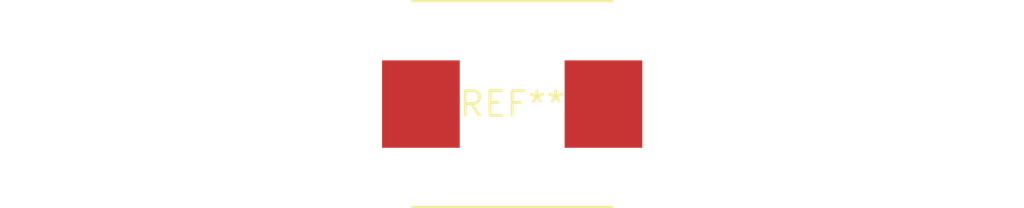
<source format=kicad_pcb>
(kicad_pcb (version 20240108) (generator pcbnew)
  (layers (0 "F.Cu" signal) (31 "B.Cu" signal) (34 "B.Paste" user) (35 "F.Paste" user) (36 "B.SilkS" user "B.Silkscreen") (37 "F.SilkS" user "F.Silkscreen") (38 "B.Mask" user) (39 "F.Mask" user) (44 "Edge.Cuts" user))
  (net 0 "")
  (footprint "L_Taiyo-Yuden_NR-10050_9.8x10.0mm_HandSoldering" (layer "F.Cu") (at 0 0)
    (property "Reference" "REF**")
    (property "Value" "L_Taiyo-Yuden_NR-10050_9.8x10.0mm_HandSoldering")
    (fp_line (start -5.15 -5.3) (end 5.15 -5.3) (layer "F.SilkS") (stroke (width 0.12)))
    (fp_line (start -5.15 5.3) (end 5.15 5.3) (layer "F.SilkS") (stroke (width 0.12)))
    (pad "1" smd rect (at -4.7 0) (size 4 4.5) (layers "F.Cu" "F.Paste" "F.Mask"))
    (pad "2" smd rect (at 4.7 0) (size 4 4.5) (layers "F.Cu" "F.Paste" "F.Mask"))
  )
)
</source>
